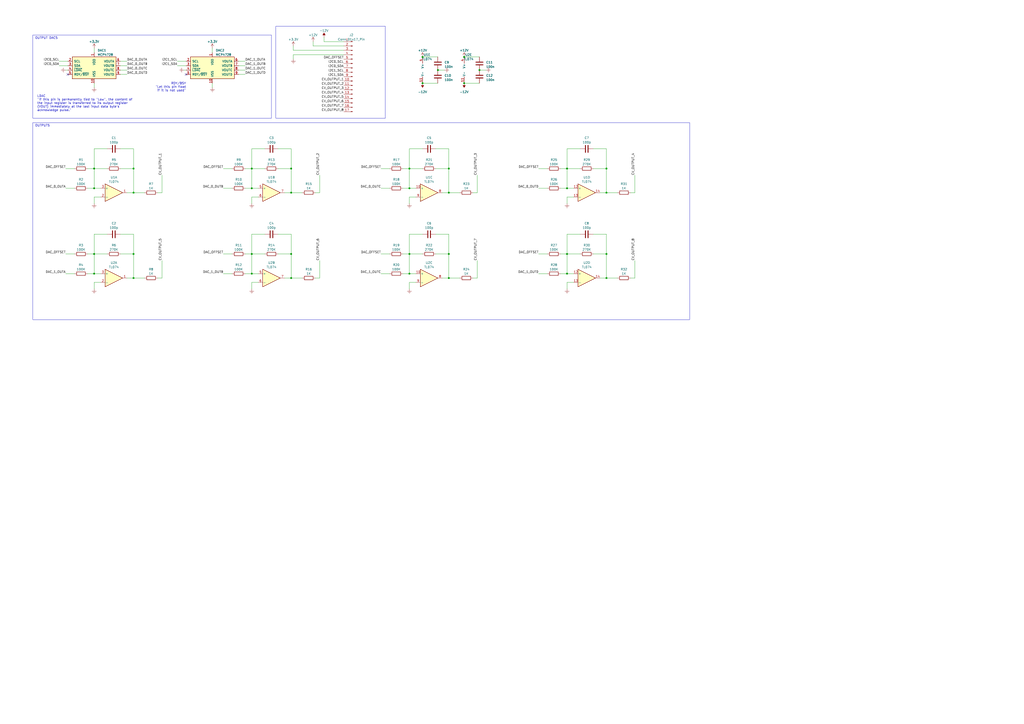
<source format=kicad_sch>
(kicad_sch (version 20230121) (generator eeschema)
  (paper "A2")
  (lib_symbols
    (symbol "Amplifier_Operational:TL074" (pin_names (offset 0.127))
      (property "Reference" "U" (at 0 5.08 0))
      (property "Value" "TL074" (at 0 -5.08 0))
      (symbol "TL074_1_1"
        (polyline (pts (xy -5.08 5.08) (xy 5.08 0) (xy -5.08 -5.08) (xy -5.08 5.08)) (stroke (width 0.254)) (fill (type background)))
        (pin output line (at 7.62 0 180) (length 2.54) (name "~") (number "1"))
        (pin input line (at -7.62 -2.54 0) (length 2.54) (name "-") (number "2"))
        (pin input line (at -7.62 2.54 0) (length 2.54) (name "+") (number "3"))
      )
      (symbol "TL074_2_1"
        (polyline (pts (xy -5.08 5.08) (xy 5.08 0) (xy -5.08 -5.08) (xy -5.08 5.08)) (stroke (width 0.254)) (fill (type background)))
        (pin input line (at -7.62 2.54 0) (length 2.54) (name "+") (number "5"))
        (pin input line (at -7.62 -2.54 0) (length 2.54) (name "-") (number "6"))
        (pin output line (at 7.62 0 180) (length 2.54) (name "~") (number "7"))
      )
      (symbol "TL074_3_1"
        (polyline (pts (xy -5.08 5.08) (xy 5.08 0) (xy -5.08 -5.08) (xy -5.08 5.08)) (stroke (width 0.254)) (fill (type background)))
        (pin input line (at -7.62 2.54 0) (length 2.54) (name "+") (number "10"))
        (pin output line (at 7.62 0 180) (length 2.54) (name "~") (number "8"))
        (pin input line (at -7.62 -2.54 0) (length 2.54) (name "-") (number "9"))
      )
      (symbol "TL074_4_1"
        (polyline (pts (xy -5.08 5.08) (xy 5.08 0) (xy -5.08 -5.08) (xy -5.08 5.08)) (stroke (width 0.254)) (fill (type background)))
        (pin input line (at -7.62 2.54 0) (length 2.54) (name "+") (number "12"))
        (pin input line (at -7.62 -2.54 0) (length 2.54) (name "-") (number "13"))
        (pin output line (at 7.62 0 180) (length 2.54) (name "~") (number "14"))
      )
      (symbol "TL074_5_1"
        (pin power_in line (at -2.54 -7.62 90) (length 3.81) (name "V-") (number "11"))
        (pin power_in line (at -2.54 7.62 270) (length 3.81) (name "V+") (number "4"))
      )
    )
    (symbol "Analog_DAC:MCP4728" (pin_names (offset 1.016))
      (property "Reference" "U" (at -12.7 6.35 0))
      (property "Value" "MCP4728" (at 12.7 6.35 0))
      (symbol "MCP4728_0_1"
        (rectangle (start -12.7 5.08) (end 12.7 -7.62) (stroke (width 0.254)) (fill (type background)))
      )
      (symbol "MCP4728_1_1"
        (pin power_in line (at 0 7.62 270) (length 2.54) (name "VDD") (number "1"))
        (pin power_in line (at 0 -10.16 90) (length 2.54) (name "VSS") (number "10"))
        (pin input line (at -15.24 2.54 0) (length 2.54) (name "SCL") (number "2"))
        (pin bidirectional line (at -15.24 0 0) (length 2.54) (name "SDA") (number "3"))
        (pin input line (at -15.24 -2.54 0) (length 2.54) (name "~{LDAC}") (number "4"))
        (pin output line (at -15.24 -5.08 0) (length 2.54) (name "RDY/~{BSY}") (number "5"))
        (pin output line (at 15.24 2.54 180) (length 2.54) (name "VOUTA") (number "6"))
        (pin output line (at 15.24 0 180) (length 2.54) (name "VOUTB") (number "7"))
        (pin output line (at 15.24 -2.54 180) (length 2.54) (name "VOUTC") (number "8"))
        (pin output line (at 15.24 -5.08 180) (length 2.54) (name "VOUTD") (number "9"))
      )
    )
    (symbol "Connector:Conn_01x17_Pin" (pin_names (offset 1.016) hide)
      (property "Reference" "J" (at 0 22.86 0))
      (property "Value" "Conn_01x17_Pin" (at 0 -22.86 0))
      (symbol "Conn_01x17_Pin_1_1"
        (polyline (pts (xy 1.27 -20.32) (xy 0.8636 -20.32)) (stroke (width 0.1524)))
        (polyline (pts (xy 1.27 -17.78) (xy 0.8636 -17.78)) (stroke (width 0.1524)))
        (polyline (pts (xy 1.27 -15.24) (xy 0.8636 -15.24)) (stroke (width 0.1524)))
        (polyline (pts (xy 1.27 -12.7) (xy 0.8636 -12.7)) (stroke (width 0.1524)))
        (polyline (pts (xy 1.27 -10.16) (xy 0.8636 -10.16)) (stroke (width 0.1524)))
        (polyline (pts (xy 1.27 -7.62) (xy 0.8636 -7.62)) (stroke (width 0.1524)))
        (polyline (pts (xy 1.27 -5.08) (xy 0.8636 -5.08)) (stroke (width 0.1524)))
        (polyline (pts (xy 1.27 -2.54) (xy 0.8636 -2.54)) (stroke (width 0.1524)))
        (polyline (pts (xy 1.27 0) (xy 0.8636 0)) (stroke (width 0.1524)))
        (polyline (pts (xy 1.27 2.54) (xy 0.8636 2.54)) (stroke (width 0.1524)))
        (polyline (pts (xy 1.27 5.08) (xy 0.8636 5.08)) (stroke (width 0.1524)))
        (polyline (pts (xy 1.27 7.62) (xy 0.8636 7.62)) (stroke (width 0.1524)))
        (polyline (pts (xy 1.27 10.16) (xy 0.8636 10.16)) (stroke (width 0.1524)))
        (polyline (pts (xy 1.27 12.7) (xy 0.8636 12.7)) (stroke (width 0.1524)))
        (polyline (pts (xy 1.27 15.24) (xy 0.8636 15.24)) (stroke (width 0.1524)))
        (polyline (pts (xy 1.27 17.78) (xy 0.8636 17.78)) (stroke (width 0.1524)))
        (polyline (pts (xy 1.27 20.32) (xy 0.8636 20.32)) (stroke (width 0.1524)))
        (rectangle (start 0.8636 -20.193) (end 0 -20.447) (stroke (width 0.1524)) (fill (type outline)))
        (rectangle (start 0.8636 -17.653) (end 0 -17.907) (stroke (width 0.1524)) (fill (type outline)))
        (rectangle (start 0.8636 -15.113) (end 0 -15.367) (stroke (width 0.1524)) (fill (type outline)))
        (rectangle (start 0.8636 -12.573) (end 0 -12.827) (stroke (width 0.1524)) (fill (type outline)))
        (rectangle (start 0.8636 -10.033) (end 0 -10.287) (stroke (width 0.1524)) (fill (type outline)))
        (rectangle (start 0.8636 -7.493) (end 0 -7.747) (stroke (width 0.1524)) (fill (type outline)))
        (rectangle (start 0.8636 -4.953) (end 0 -5.207) (stroke (width 0.1524)) (fill (type outline)))
        (rectangle (start 0.8636 -2.413) (end 0 -2.667) (stroke (width 0.1524)) (fill (type outline)))
        (rectangle (start 0.8636 0.127) (end 0 -0.127) (stroke (width 0.1524)) (fill (type outline)))
        (rectangle (start 0.8636 2.667) (end 0 2.413) (stroke (width 0.1524)) (fill (type outline)))
        (rectangle (start 0.8636 5.207) (end 0 4.953) (stroke (width 0.1524)) (fill (type outline)))
        (rectangle (start 0.8636 7.747) (end 0 7.493) (stroke (width 0.1524)) (fill (type outline)))
        (rectangle (start 0.8636 10.287) (end 0 10.033) (stroke (width 0.1524)) (fill (type outline)))
        (rectangle (start 0.8636 12.827) (end 0 12.573) (stroke (width 0.1524)) (fill (type outline)))
        (rectangle (start 0.8636 15.367) (end 0 15.113) (stroke (width 0.1524)) (fill (type outline)))
        (rectangle (start 0.8636 17.907) (end 0 17.653) (stroke (width 0.1524)) (fill (type outline)))
        (rectangle (start 0.8636 20.447) (end 0 20.193) (stroke (width 0.1524)) (fill (type outline)))
        (pin passive line (at 5.08 20.32 180) (length 3.81) (name "Pin_1") (number "1"))
        (pin passive line (at 5.08 -2.54 180) (length 3.81) (name "Pin_10") (number "10"))
        (pin passive line (at 5.08 -5.08 180) (length 3.81) (name "Pin_11") (number "11"))
        (pin passive line (at 5.08 -7.62 180) (length 3.81) (name "Pin_12") (number "12"))
        (pin passive line (at 5.08 -10.16 180) (length 3.81) (name "Pin_13") (number "13"))
        (pin passive line (at 5.08 -12.7 180) (length 3.81) (name "Pin_14") (number "14"))
        (pin passive line (at 5.08 -15.24 180) (length 3.81) (name "Pin_15") (number "15"))
        (pin passive line (at 5.08 -17.78 180) (length 3.81) (name "Pin_16") (number "16"))
        (pin passive line (at 5.08 -20.32 180) (length 3.81) (name "Pin_17") (number "17"))
        (pin passive line (at 5.08 17.78 180) (length 3.81) (name "Pin_2") (number "2"))
        (pin passive line (at 5.08 15.24 180) (length 3.81) (name "Pin_3") (number "3"))
        (pin passive line (at 5.08 12.7 180) (length 3.81) (name "Pin_4") (number "4"))
        (pin passive line (at 5.08 10.16 180) (length 3.81) (name "Pin_5") (number "5"))
        (pin passive line (at 5.08 7.62 180) (length 3.81) (name "Pin_6") (number "6"))
        (pin passive line (at 5.08 5.08 180) (length 3.81) (name "Pin_7") (number "7"))
        (pin passive line (at 5.08 2.54 180) (length 3.81) (name "Pin_8") (number "8"))
        (pin passive line (at 5.08 0 180) (length 3.81) (name "Pin_9") (number "9"))
      )
    )
    (symbol "Device:C" (pin_numbers hide) (pin_names (offset 0.254))
      (property "Reference" "C" (at 0.635 2.54 0))
      (property "Value" "C" (at 0.635 -2.54 0))
      (symbol "C_0_1"
        (polyline (pts (xy -2.032 -0.762) (xy 2.032 -0.762)) (stroke (width 0.508)))
        (polyline (pts (xy -2.032 0.762) (xy 2.032 0.762)) (stroke (width 0.508)))
      )
      (symbol "C_1_1"
        (pin passive line (at 0 3.81 270) (length 2.794) (name "~") (number "1"))
        (pin passive line (at 0 -3.81 90) (length 2.794) (name "~") (number "2"))
      )
    )
    (symbol "Device:R" (pin_numbers hide) (pin_names (offset 0))
      (property "Reference" "R" (at 2.032 0 90))
      (property "Value" "R" (at 0 0 90))
      (symbol "R_0_1"
        (rectangle (start -1.016 -2.54) (end 1.016 2.54) (stroke (width 0.254)))
      )
      (symbol "R_1_1"
        (pin passive line (at 0 3.81 270) (length 1.27) (name "~") (number "1"))
        (pin passive line (at 0 -3.81 90) (length 1.27) (name "~") (number "2"))
      )
    )
    (symbol "power:+12V" (power) (pin_names (offset 0))
      (property "Value" "+12V" (at 0 3.556 0))
      (symbol "+12V_0_1"
        (polyline (pts (xy -0.762 1.27) (xy 0 2.54)))
        (polyline (pts (xy 0 0) (xy 0 2.54)))
        (polyline (pts (xy 0 2.54) (xy 0.762 1.27)))
      )
      (symbol "+12V_1_1"
        (pin power_in line (at 0 0 90) (length 0) hide (name "+12V") (number "1"))
      )
    )
    (symbol "power:+3.3V" (power) (pin_names (offset 0))
      (property "Value" "+3.3V" (at 0 3.556 0))
      (symbol "+3.3V_0_1"
        (polyline (pts (xy -0.762 1.27) (xy 0 2.54)))
        (polyline (pts (xy 0 0) (xy 0 2.54)))
        (polyline (pts (xy 0 2.54) (xy 0.762 1.27)))
      )
      (symbol "+3.3V_1_1"
        (pin power_in line (at 0 0 90) (length 0) hide (name "+3.3V") (number "1"))
      )
    )
    (symbol "power:-12V" (power) (pin_names (offset 0))
      (property "Value" "-12V" (at 0 3.81 0))
      (symbol "-12V_0_0"
        (pin power_in line (at 0 0 90) (length 0) hide (name "-12V") (number "1"))
      )
      (symbol "-12V_0_1"
        (polyline (pts (xy 0 0) (xy 0 1.27) (xy 0.762 1.27) (xy 0 2.54) (xy -0.762 1.27) (xy 0 1.27)) (fill (type outline)))
      )
    )
    (symbol "power:Earth" (power) (pin_names (offset 0))
      (symbol "Earth_0_1"
        (polyline (pts (xy -0.635 -1.905) (xy 0.635 -1.905)))
        (polyline (pts (xy -0.127 -2.54) (xy 0.127 -2.54)))
        (polyline (pts (xy 0 -1.27) (xy 0 0)))
        (polyline (pts (xy 1.27 -1.27) (xy -1.27 -1.27)))
      )
      (symbol "Earth_1_1"
        (pin power_in line (at 0 0 270) (length 0) hide (name "Earth") (number "1"))
      )
    )
  )
  (junction (at 237.49 97.79))
  (junction (at 328.93 147.32))
  (junction (at 146.05 109.22))
  (junction (at 54.61 158.75))
  (junction (at 254 40.64))
  (junction (at 260.35 161.29))
  (junction (at 328.93 97.79))
  (junction (at 54.61 97.79))
  (junction (at 269.24 48.26))
  (junction (at 77.47 111.76))
  (junction (at 328.93 109.22))
  (junction (at 328.93 158.75))
  (junction (at 54.61 147.32))
  (junction (at 237.49 158.75))
  (junction (at 260.35 111.76))
  (junction (at 269.24 33.02))
  (junction (at 146.05 147.32))
  (junction (at 168.91 97.79))
  (junction (at 168.91 111.76))
  (junction (at 260.35 147.32))
  (junction (at 146.05 158.75))
  (junction (at 146.05 97.79))
  (junction (at 351.79 161.29))
  (junction (at 237.49 147.32))
  (junction (at 237.49 109.22))
  (junction (at 351.79 97.79))
  (junction (at 245.11 33.02))
  (junction (at 77.47 147.32))
  (junction (at 54.61 109.22))
  (junction (at 260.35 97.79))
  (junction (at 77.47 161.29))
  (junction (at 77.47 97.79))
  (junction (at 351.79 147.32))
  (junction (at 278.13 40.64))
  (junction (at 168.91 161.29))
  (junction (at 168.91 147.32))
  (junction (at 245.11 48.26))
  (junction (at 351.79 111.76))
  (no_connect (at 107.95 43.18))
  (no_connect (at 39.37 43.18))
  (wire (pts (xy 54.61 147.32) (xy 54.61 158.75)))
  (wire (pts (xy 168.91 111.76) (xy 175.26 111.76)))
  (wire (pts (xy 69.85 147.32) (xy 77.47 147.32)))
  (wire (pts (xy 237.49 97.79) (xy 237.49 109.22)))
  (wire (pts (xy 325.12 109.22) (xy 328.93 109.22)))
  (wire (pts (xy 54.61 97.79) (xy 62.23 97.79)))
  (wire (pts (xy 168.91 161.29) (xy 175.26 161.29)))
  (wire (pts (xy 245.11 48.26) (xy 254 48.26)))
  (wire (pts (xy 325.12 158.75) (xy 328.93 158.75)))
  (wire (pts (xy 50.8 97.79) (xy 54.61 97.79)))
  (wire (pts (xy 34.29 35.56) (xy 39.37 35.56)))
  (wire (pts (xy 328.93 109.22) (xy 332.74 109.22)))
  (wire (pts (xy 260.35 111.76) (xy 266.7 111.76)))
  (wire (pts (xy 129.54 109.22) (xy 134.62 109.22)))
  (wire (pts (xy 237.49 163.83) (xy 241.3 163.83)))
  (wire (pts (xy 187.96 24.13) (xy 199.39 24.13)))
  (wire (pts (xy 328.93 167.64) (xy 328.93 163.83)))
  (wire (pts (xy 142.24 109.22) (xy 146.05 109.22)))
  (wire (pts (xy 73.66 111.76) (xy 77.47 111.76)))
  (wire (pts (xy 328.93 163.83) (xy 332.74 163.83)))
  (wire (pts (xy 237.49 86.36) (xy 237.49 97.79)))
  (wire (pts (xy 252.73 86.36) (xy 260.35 86.36)))
  (wire (pts (xy 336.55 86.36) (xy 328.93 86.36)))
  (wire (pts (xy 102.87 35.56) (xy 107.95 35.56)))
  (wire (pts (xy 146.05 97.79) (xy 153.67 97.79)))
  (wire (pts (xy 129.54 97.79) (xy 134.62 97.79)))
  (wire (pts (xy 344.17 147.32) (xy 351.79 147.32)))
  (wire (pts (xy 351.79 111.76) (xy 358.14 111.76)))
  (wire (pts (xy 170.18 29.21) (xy 170.18 26.67)))
  (wire (pts (xy 328.93 86.36) (xy 328.93 97.79)))
  (wire (pts (xy 237.49 167.64) (xy 237.49 163.83)))
  (wire (pts (xy 237.49 109.22) (xy 241.3 109.22)))
  (wire (pts (xy 102.87 38.1) (xy 107.95 38.1)))
  (wire (pts (xy 91.44 111.76) (xy 93.98 111.76)))
  (wire (pts (xy 237.49 147.32) (xy 237.49 158.75)))
  (wire (pts (xy 181.61 26.67) (xy 199.39 26.67)))
  (wire (pts (xy 54.61 27.94) (xy 54.61 30.48)))
  (wire (pts (xy 142.24 147.32) (xy 146.05 147.32)))
  (wire (pts (xy 220.98 109.22) (xy 226.06 109.22)))
  (wire (pts (xy 91.44 161.29) (xy 93.98 161.29)))
  (wire (pts (xy 146.05 97.79) (xy 146.05 109.22)))
  (wire (pts (xy 146.05 109.22) (xy 149.86 109.22)))
  (wire (pts (xy 351.79 97.79) (xy 351.79 111.76)))
  (wire (pts (xy 351.79 135.89) (xy 351.79 147.32)))
  (wire (pts (xy 312.42 147.32) (xy 317.5 147.32)))
  (wire (pts (xy 34.29 38.1) (xy 39.37 38.1)))
  (wire (pts (xy 146.05 114.3) (xy 149.86 114.3)))
  (wire (pts (xy 54.61 167.64) (xy 54.61 163.83)))
  (wire (pts (xy 233.68 147.32) (xy 237.49 147.32)))
  (wire (pts (xy 54.61 163.83) (xy 58.42 163.83)))
  (wire (pts (xy 123.19 48.26) (xy 123.19 50.8)))
  (wire (pts (xy 328.93 118.11) (xy 328.93 114.3)))
  (wire (pts (xy 260.35 147.32) (xy 260.35 161.29)))
  (wire (pts (xy 138.43 38.1) (xy 142.24 38.1)))
  (wire (pts (xy 146.05 158.75) (xy 149.86 158.75)))
  (wire (pts (xy 269.24 33.02) (xy 278.13 33.02)))
  (wire (pts (xy 138.43 40.64) (xy 142.24 40.64)))
  (wire (pts (xy 256.54 111.76) (xy 260.35 111.76)))
  (wire (pts (xy 54.61 158.75) (xy 58.42 158.75)))
  (wire (pts (xy 185.42 101.6) (xy 185.42 111.76)))
  (wire (pts (xy 220.98 147.32) (xy 226.06 147.32)))
  (wire (pts (xy 138.43 35.56) (xy 142.24 35.56)))
  (wire (pts (xy 252.73 97.79) (xy 260.35 97.79)))
  (wire (pts (xy 187.96 24.13) (xy 187.96 21.59)))
  (wire (pts (xy 185.42 151.13) (xy 185.42 161.29)))
  (wire (pts (xy 50.8 158.75) (xy 54.61 158.75)))
  (wire (pts (xy 344.17 97.79) (xy 351.79 97.79)))
  (wire (pts (xy 146.05 135.89) (xy 146.05 147.32)))
  (wire (pts (xy 77.47 111.76) (xy 83.82 111.76)))
  (wire (pts (xy 233.68 158.75) (xy 237.49 158.75)))
  (wire (pts (xy 237.49 147.32) (xy 245.11 147.32)))
  (wire (pts (xy 142.24 158.75) (xy 146.05 158.75)))
  (wire (pts (xy 106.68 40.64) (xy 107.95 40.64)))
  (wire (pts (xy 351.79 147.32) (xy 351.79 161.29)))
  (wire (pts (xy 146.05 147.32) (xy 146.05 158.75)))
  (wire (pts (xy 237.49 114.3) (xy 241.3 114.3)))
  (wire (pts (xy 69.85 97.79) (xy 77.47 97.79)))
  (wire (pts (xy 269.24 48.26) (xy 278.13 48.26)))
  (wire (pts (xy 328.93 97.79) (xy 336.55 97.79)))
  (wire (pts (xy 62.23 86.36) (xy 54.61 86.36)))
  (wire (pts (xy 170.18 34.29) (xy 170.18 31.75)))
  (wire (pts (xy 153.67 86.36) (xy 146.05 86.36)))
  (wire (pts (xy 274.32 111.76) (xy 276.86 111.76)))
  (wire (pts (xy 276.86 101.6) (xy 276.86 111.76)))
  (wire (pts (xy 328.93 135.89) (xy 328.93 147.32)))
  (wire (pts (xy 54.61 147.32) (xy 62.23 147.32)))
  (wire (pts (xy 278.13 40.64) (xy 281.94 40.64)))
  (wire (pts (xy 93.98 151.13) (xy 93.98 161.29)))
  (wire (pts (xy 165.1 161.29) (xy 168.91 161.29)))
  (wire (pts (xy 233.68 109.22) (xy 237.49 109.22)))
  (wire (pts (xy 129.54 147.32) (xy 134.62 147.32)))
  (wire (pts (xy 161.29 97.79) (xy 168.91 97.79)))
  (wire (pts (xy 252.73 135.89) (xy 260.35 135.89)))
  (wire (pts (xy 260.35 97.79) (xy 260.35 111.76)))
  (wire (pts (xy 368.3 101.6) (xy 368.3 111.76)))
  (wire (pts (xy 161.29 135.89) (xy 168.91 135.89)))
  (wire (pts (xy 38.1 97.79) (xy 43.18 97.79)))
  (wire (pts (xy 165.1 111.76) (xy 168.91 111.76)))
  (wire (pts (xy 146.05 167.64) (xy 146.05 163.83)))
  (wire (pts (xy 344.17 135.89) (xy 351.79 135.89)))
  (wire (pts (xy 146.05 147.32) (xy 153.67 147.32)))
  (wire (pts (xy 123.19 27.94) (xy 123.19 30.48)))
  (wire (pts (xy 328.93 147.32) (xy 328.93 158.75)))
  (wire (pts (xy 245.11 86.36) (xy 237.49 86.36)))
  (wire (pts (xy 50.8 147.32) (xy 54.61 147.32)))
  (wire (pts (xy 328.93 147.32) (xy 336.55 147.32)))
  (wire (pts (xy 347.98 111.76) (xy 351.79 111.76)))
  (wire (pts (xy 233.68 97.79) (xy 237.49 97.79)))
  (wire (pts (xy 260.35 161.29) (xy 266.7 161.29)))
  (wire (pts (xy 54.61 114.3) (xy 58.42 114.3)))
  (wire (pts (xy 312.42 109.22) (xy 317.5 109.22)))
  (wire (pts (xy 161.29 86.36) (xy 168.91 86.36)))
  (wire (pts (xy 336.55 135.89) (xy 328.93 135.89)))
  (wire (pts (xy 69.85 35.56) (xy 73.66 35.56)))
  (wire (pts (xy 168.91 147.32) (xy 168.91 161.29)))
  (wire (pts (xy 38.1 158.75) (xy 43.18 158.75)))
  (wire (pts (xy 170.18 31.75) (xy 199.39 31.75)))
  (wire (pts (xy 77.47 161.29) (xy 83.82 161.29)))
  (wire (pts (xy 237.49 135.89) (xy 237.49 147.32)))
  (wire (pts (xy 237.49 97.79) (xy 245.11 97.79)))
  (wire (pts (xy 146.05 163.83) (xy 149.86 163.83)))
  (wire (pts (xy 168.91 135.89) (xy 168.91 147.32)))
  (wire (pts (xy 344.17 86.36) (xy 351.79 86.36)))
  (wire (pts (xy 170.18 29.21) (xy 199.39 29.21)))
  (wire (pts (xy 54.61 48.26) (xy 54.61 50.8)))
  (wire (pts (xy 69.85 86.36) (xy 77.47 86.36)))
  (wire (pts (xy 252.73 147.32) (xy 260.35 147.32)))
  (wire (pts (xy 276.86 151.13) (xy 276.86 161.29)))
  (wire (pts (xy 54.61 97.79) (xy 54.61 109.22)))
  (wire (pts (xy 245.11 33.02) (xy 254 33.02)))
  (wire (pts (xy 38.1 40.64) (xy 39.37 40.64)))
  (wire (pts (xy 54.61 135.89) (xy 54.61 147.32)))
  (wire (pts (xy 245.11 135.89) (xy 237.49 135.89)))
  (wire (pts (xy 365.76 111.76) (xy 368.3 111.76)))
  (wire (pts (xy 77.47 147.32) (xy 77.47 161.29)))
  (wire (pts (xy 161.29 147.32) (xy 168.91 147.32)))
  (wire (pts (xy 93.98 101.6) (xy 93.98 111.76)))
  (wire (pts (xy 69.85 40.64) (xy 73.66 40.64)))
  (wire (pts (xy 351.79 86.36) (xy 351.79 97.79)))
  (wire (pts (xy 129.54 158.75) (xy 134.62 158.75)))
  (wire (pts (xy 69.85 135.89) (xy 77.47 135.89)))
  (wire (pts (xy 347.98 161.29) (xy 351.79 161.29)))
  (wire (pts (xy 274.32 161.29) (xy 276.86 161.29)))
  (wire (pts (xy 325.12 97.79) (xy 328.93 97.79)))
  (wire (pts (xy 181.61 26.67) (xy 181.61 24.13)))
  (wire (pts (xy 328.93 158.75) (xy 332.74 158.75)))
  (wire (pts (xy 328.93 114.3) (xy 332.74 114.3)))
  (wire (pts (xy 62.23 135.89) (xy 54.61 135.89)))
  (wire (pts (xy 69.85 43.18) (xy 73.66 43.18)))
  (wire (pts (xy 138.43 43.18) (xy 142.24 43.18)))
  (wire (pts (xy 220.98 158.75) (xy 226.06 158.75)))
  (wire (pts (xy 168.91 97.79) (xy 168.91 111.76)))
  (wire (pts (xy 54.61 109.22) (xy 58.42 109.22)))
  (wire (pts (xy 260.35 135.89) (xy 260.35 147.32)))
  (wire (pts (xy 77.47 86.36) (xy 77.47 97.79)))
  (wire (pts (xy 54.61 118.11) (xy 54.61 114.3)))
  (wire (pts (xy 73.66 161.29) (xy 77.47 161.29)))
  (wire (pts (xy 77.47 135.89) (xy 77.47 147.32)))
  (wire (pts (xy 146.05 118.11) (xy 146.05 114.3)))
  (wire (pts (xy 328.93 97.79) (xy 328.93 109.22)))
  (wire (pts (xy 69.85 38.1) (xy 73.66 38.1)))
  (wire (pts (xy 237.49 158.75) (xy 241.3 158.75)))
  (wire (pts (xy 168.91 86.36) (xy 168.91 97.79)))
  (wire (pts (xy 254 40.64) (xy 257.81 40.64)))
  (wire (pts (xy 182.88 161.29) (xy 185.42 161.29)))
  (wire (pts (xy 256.54 161.29) (xy 260.35 161.29)))
  (wire (pts (xy 146.05 86.36) (xy 146.05 97.79)))
  (wire (pts (xy 38.1 109.22) (xy 43.18 109.22)))
  (wire (pts (xy 368.3 151.13) (xy 368.3 161.29)))
  (wire (pts (xy 220.98 97.79) (xy 226.06 97.79)))
  (wire (pts (xy 77.47 97.79) (xy 77.47 111.76)))
  (wire (pts (xy 54.61 86.36) (xy 54.61 97.79)))
  (wire (pts (xy 38.1 147.32) (xy 43.18 147.32)))
  (wire (pts (xy 312.42 97.79) (xy 317.5 97.79)))
  (wire (pts (xy 237.49 118.11) (xy 237.49 114.3)))
  (wire (pts (xy 182.88 111.76) (xy 185.42 111.76)))
  (wire (pts (xy 351.79 161.29) (xy 358.14 161.29)))
  (wire (pts (xy 153.67 135.89) (xy 146.05 135.89)))
  (wire (pts (xy 142.24 97.79) (xy 146.05 97.79)))
  (wire (pts (xy 312.42 158.75) (xy 317.5 158.75)))
  (wire (pts (xy 260.35 86.36) (xy 260.35 97.79)))
  (wire (pts (xy 325.12 147.32) (xy 328.93 147.32)))
  (wire (pts (xy 50.8 109.22) (xy 54.61 109.22)))
  (wire (pts (xy 365.76 161.29) (xy 368.3 161.29)))
  (rectangle (start 19.05 71.12) (end 400.05 185.42))
  (rectangle (start 19.05 20.32) (end 157.48 68.58))
  (rectangle (start 160.02 15.24) (end 223.52 68.58))
  (text "LDAC\n\"If this pin is permanently tied to \"Low\", the content of\nthe input register is transferred to its output register\n(VOUT) immediately at the last input data byte's\nacknowledge pulse.\"" (at 21.59 64.77 0) (effects (font (size 1.27 1.27)) (justify left bottom)))
  (text "RDY/BSY\n\"Let this pin float\nif it is not used\"" (at 107.95 53.34 0) (effects (font (size 1.27 1.27)) (justify right bottom)))
  (text "OUTPUTS" (at 20.32 73.66 0) (effects (font (size 1.27 1.27)) (justify left bottom)))
  (text "OUTPUT DACS" (at 20.32 22.86 0) (effects (font (size 1.27 1.27)) (justify left bottom)))
  (label "I2C1_SDA" (at 102.87 38.1 180))
  (label "I2C0_SDA" (at 199.39 39.37 180))
  (label "I2C1_SDA" (at 199.39 44.45 180))
  (label "DAC_1_OUTC" (at 142.24 40.64 0))
  (label "DAC_1_OUTA" (at 38.1 158.75 180))
  (label "DAC_0_OUTA" (at 38.1 109.22 180))
  (label "DAC_OFFSET" (at 199.39 34.29 180))
  (label "CV_OUTPUT_1" (at 93.98 101.6 90))
  (label "CV_OUTPUT_4" (at 199.39 54.61 180))
  (label "DAC_OFFSET" (at 129.54 97.79 180))
  (label "DAC_OFFSET" (at 312.42 147.32 180))
  (label "DAC_0_OUTD" (at 73.66 43.18 0))
  (label "DAC_OFFSET" (at 129.54 147.32 180))
  (label "DAC_0_OUTD" (at 312.42 109.22 180))
  (label "DAC_1_OUTC" (at 220.98 158.75 180))
  (label "I2C1_SCL" (at 199.39 41.91 180))
  (label "CV_OUTPUT_3" (at 199.39 52.07 180))
  (label "DAC_0_OUTC" (at 73.66 40.64 0))
  (label "I2C0_SDA" (at 34.29 38.1 180))
  (label "DAC_OFFSET" (at 38.1 97.79 180))
  (label "CV_OUTPUT_4" (at 368.3 101.6 90))
  (label "DAC_1_OUTD" (at 312.42 158.75 180))
  (label "DAC_1_OUTD" (at 142.24 43.18 0))
  (label "DAC_1_OUTB" (at 142.24 38.1 0))
  (label "CV_OUTPUT_6" (at 199.39 59.69 180))
  (label "CV_OUTPUT_3" (at 276.86 101.6 90))
  (label "DAC_1_OUTB" (at 129.54 158.75 180))
  (label "DAC_OFFSET" (at 220.98 147.32 180))
  (label "CV_OUTPUT_8" (at 199.39 64.77 180))
  (label "CV_OUTPUT_2" (at 185.42 101.6 90))
  (label "DAC_OFFSET" (at 220.98 97.79 180))
  (label "I2C0_SCL" (at 34.29 35.56 180))
  (label "CV_OUTPUT_5" (at 199.39 57.15 180))
  (label "CV_OUTPUT_1" (at 199.39 46.99 180))
  (label "CV_OUTPUT_8" (at 368.3 151.13 90))
  (label "CV_OUTPUT_7" (at 276.86 151.13 90))
  (label "I2C1_SCL" (at 102.87 35.56 180))
  (label "CV_OUTPUT_6" (at 185.42 151.13 90))
  (label "DAC_OFFSET" (at 312.42 97.79 180))
  (label "CV_OUTPUT_5" (at 93.98 151.13 90))
  (label "DAC_OFFSET" (at 38.1 147.32 180))
  (label "CV_OUTPUT_7" (at 199.39 62.23 180))
  (label "DAC_1_OUTA" (at 142.24 35.56 0))
  (label "DAC_0_OUTC" (at 220.98 109.22 180))
  (label "DAC_0_OUTB" (at 73.66 38.1 0))
  (label "I2C0_SCL" (at 199.39 36.83 180))
  (label "CV_OUTPUT_2" (at 199.39 49.53 180))
  (label "DAC_0_OUTA" (at 73.66 35.56 0))
  (label "DAC_0_OUTB" (at 129.54 109.22 180))
  (symbol (lib_id "Amplifier_Operational:TL074") (at 157.48 161.29 0) (unit 2)
    (property "Reference" "U2" (at 157.48 152.4 0))
    (property "Value" "TL074" (at 157.48 154.94 0))
    (property "Footprint" "Package_SO:SOIC-14_3.9x8.7mm_P1.27mm" (effects hide))
    (property "Datasheet" "http://www.ti.com/lit/ds/symlink/tl071.pdf" (effects hide))
  )
  (symbol (lib_id "Device:R") (at 361.95 111.76 270) (unit 1)
    (property "Reference" "R31" (at 361.95 106.68 90))
    (property "Value" "1K" (at 361.95 109.22 90))
    (property "Footprint" "Resistor_SMD:R_0402_1005Metric" (effects hide))
  )
  (symbol (lib_id "power:-12V") (at 269.24 48.26 180) (unit 1)
    (property "Reference" "#PWR022" (effects hide))
    (property "Value" "-12V" (at 269.24 53.34 0))
  )
  (symbol (lib_id "power:Earth") (at 170.18 34.29 0) (mirror y) (unit 1)
    (property "Reference" "#PWR06" (effects hide))
    (property "Value" "Earth" (effects hide))
  )
  (symbol (lib_id "Device:R") (at 46.99 147.32 270) (unit 1)
    (property "Reference" "R3" (at 46.99 142.24 90))
    (property "Value" "100K" (at 46.99 144.78 90))
    (property "Footprint" "Resistor_SMD:R_0402_1005Metric" (effects hide))
  )
  (symbol (lib_id "Device:R") (at 248.92 147.32 270) (unit 1)
    (property "Reference" "R22" (at 248.92 142.24 90))
    (property "Value" "270K" (at 248.92 144.78 90))
    (property "Footprint" "Resistor_SMD:R_0402_1005Metric" (effects hide))
  )
  (symbol (lib_id "Device:R") (at 138.43 109.22 270) (unit 1)
    (property "Reference" "R10" (at 138.43 104.14 90))
    (property "Value" "100K" (at 138.43 106.68 90))
    (property "Footprint" "Resistor_SMD:R_0402_1005Metric" (effects hide))
  )
  (symbol (lib_id "Analog_DAC:MCP4728") (at 123.19 38.1 0) (unit 1)
    (property "Reference" "DAC2" (at 125.1459 29.21 0) (effects (justify left)))
    (property "Value" "MCP4728" (at 125.1459 31.75 0) (effects (justify left)))
    (property "Footprint" "Package_SO:MSOP-10_3x3mm_P0.5mm" (effects hide))
    (property "Datasheet" "http://ww1.microchip.com/downloads/en/DeviceDoc/22187E.pdf" (effects hide))
  )
  (symbol (lib_id "power:+3.3V") (at 54.61 27.94 0) (unit 1)
    (property "Reference" "#PWR01" (effects hide))
    (property "Value" "+3.3V" (at 54.61 24.13 0))
  )
  (symbol (lib_id "Device:C") (at 254 44.45 0) (unit 1)
    (property "Reference" "C10" (at 257.81 43.815 0) (effects (justify left)))
    (property "Value" "100n" (at 257.81 46.355 0) (effects (justify left)))
    (property "Footprint" "Capacitor_SMD:C_0402_1005Metric" (effects hide))
  )
  (symbol (lib_id "power:Earth") (at 54.61 118.11 0) (mirror y) (unit 1)
    (property "Reference" "#PWR09" (effects hide))
    (property "Value" "Earth" (effects hide))
  )
  (symbol (lib_id "Device:C") (at 278.13 44.45 0) (unit 1)
    (property "Reference" "C12" (at 281.94 43.815 0) (effects (justify left)))
    (property "Value" "100n" (at 281.94 46.355 0) (effects (justify left)))
    (property "Footprint" "Capacitor_SMD:C_0402_1005Metric" (effects hide))
  )
  (symbol (lib_id "Amplifier_Operational:TL074") (at 157.48 111.76 0) (unit 2)
    (property "Reference" "U1" (at 157.48 102.87 0))
    (property "Value" "TL074" (at 157.48 105.41 0))
    (property "Footprint" "Package_SO:SOIC-14_3.9x8.7mm_P1.27mm" (effects hide))
    (property "Datasheet" "http://www.ti.com/lit/ds/symlink/tl071.pdf" (effects hide))
  )
  (symbol (lib_id "Device:R") (at 66.04 147.32 270) (unit 1)
    (property "Reference" "R6" (at 66.04 142.24 90))
    (property "Value" "270K" (at 66.04 144.78 90))
    (property "Footprint" "Resistor_SMD:R_0402_1005Metric" (effects hide))
  )
  (symbol (lib_id "Device:R") (at 87.63 161.29 270) (unit 1)
    (property "Reference" "R8" (at 87.63 156.21 90))
    (property "Value" "1K" (at 87.63 158.75 90))
    (property "Footprint" "Resistor_SMD:R_0402_1005Metric" (effects hide))
  )
  (symbol (lib_id "Device:C") (at 66.04 135.89 90) (unit 1)
    (property "Reference" "C2" (at 66.04 129.54 90))
    (property "Value" "100p" (at 66.04 132.08 90))
    (property "Footprint" "Capacitor_SMD:C_0402_1005Metric" (effects hide))
  )
  (symbol (lib_id "power:Earth") (at 146.05 118.11 0) (mirror y) (unit 1)
    (property "Reference" "#PWR011" (effects hide))
    (property "Value" "Earth" (effects hide))
  )
  (symbol (lib_id "Device:C") (at 340.36 86.36 90) (unit 1)
    (property "Reference" "C7" (at 340.36 80.01 90))
    (property "Value" "100p" (at 340.36 82.55 90))
    (property "Footprint" "Capacitor_SMD:C_0402_1005Metric" (effects hide))
  )
  (symbol (lib_id "Device:R") (at 229.87 158.75 270) (unit 1)
    (property "Reference" "R20" (at 229.87 153.67 90))
    (property "Value" "100K" (at 229.87 156.21 90))
    (property "Footprint" "Resistor_SMD:R_0402_1005Metric" (effects hide))
  )
  (symbol (lib_id "Device:R") (at 87.63 111.76 270) (unit 1)
    (property "Reference" "R7" (at 87.63 106.68 90))
    (property "Value" "1K" (at 87.63 109.22 90))
    (property "Footprint" "Resistor_SMD:R_0402_1005Metric" (effects hide))
  )
  (symbol (lib_id "power:Earth") (at 38.1 40.64 270) (mirror x) (unit 1)
    (property "Reference" "#PWR08" (effects hide))
    (property "Value" "Earth" (effects hide))
  )
  (symbol (lib_id "power:+3.3V") (at 170.18 26.67 0) (unit 1)
    (property "Reference" "#PWR05" (effects hide))
    (property "Value" "+3.3V" (at 170.18 22.86 0))
  )
  (symbol (lib_id "Amplifier_Operational:TL074") (at 66.04 161.29 0) (unit 1)
    (property "Reference" "U2" (at 66.04 152.4 0))
    (property "Value" "TL074" (at 66.04 154.94 0))
    (property "Footprint" "Package_SO:SOIC-14_3.9x8.7mm_P1.27mm" (effects hide))
    (property "Datasheet" "http://www.ti.com/lit/ds/symlink/tl071.pdf" (effects hide))
  )
  (symbol (lib_id "Device:R") (at 46.99 97.79 270) (unit 1)
    (property "Reference" "R1" (at 46.99 92.71 90))
    (property "Value" "100K" (at 46.99 95.25 90))
    (property "Footprint" "Resistor_SMD:R_0402_1005Metric" (effects hide))
  )
  (symbol (lib_id "Device:C") (at 66.04 86.36 90) (unit 1)
    (property "Reference" "C1" (at 66.04 80.01 90))
    (property "Value" "100p" (at 66.04 82.55 90))
    (property "Footprint" "Capacitor_SMD:C_0402_1005Metric" (effects hide))
  )
  (symbol (lib_id "Device:R") (at 157.48 147.32 270) (unit 1)
    (property "Reference" "R14" (at 157.48 142.24 90))
    (property "Value" "270K" (at 157.48 144.78 90))
    (property "Footprint" "Resistor_SMD:R_0402_1005Metric" (effects hide))
  )
  (symbol (lib_id "Device:R") (at 179.07 111.76 270) (unit 1)
    (property "Reference" "R15" (at 179.07 106.68 90))
    (property "Value" "1K" (at 179.07 109.22 90))
    (property "Footprint" "Resistor_SMD:R_0402_1005Metric" (effects hide))
  )
  (symbol (lib_id "Device:R") (at 229.87 147.32 270) (unit 1)
    (property "Reference" "R19" (at 229.87 142.24 90))
    (property "Value" "100K" (at 229.87 144.78 90))
    (property "Footprint" "Resistor_SMD:R_0402_1005Metric" (effects hide))
  )
  (symbol (lib_id "Device:R") (at 321.31 158.75 270) (unit 1)
    (property "Reference" "R28" (at 321.31 153.67 90))
    (property "Value" "100K" (at 321.31 156.21 90))
    (property "Footprint" "Resistor_SMD:R_0402_1005Metric" (effects hide))
  )
  (symbol (lib_id "Amplifier_Operational:TL074") (at 247.65 40.64 0) (unit 5)
    (property "Reference" "U1" (at 247.65 31.75 0))
    (property "Value" "TL074" (at 247.65 34.29 0))
    (property "Footprint" "Package_SO:SOIC-14_3.9x8.7mm_P1.27mm" (effects hide))
    (property "Datasheet" "http://www.ti.com/lit/ds/symlink/tl071.pdf" (effects hide))
  )
  (symbol (lib_id "Device:R") (at 340.36 97.79 270) (unit 1)
    (property "Reference" "R29" (at 340.36 92.71 90))
    (property "Value" "270K" (at 340.36 95.25 90))
    (property "Footprint" "Resistor_SMD:R_0402_1005Metric" (effects hide))
  )
  (symbol (lib_id "Device:C") (at 157.48 86.36 90) (unit 1)
    (property "Reference" "C3" (at 157.48 80.01 90))
    (property "Value" "100p" (at 157.48 82.55 90))
    (property "Footprint" "Capacitor_SMD:C_0402_1005Metric" (effects hide))
  )
  (symbol (lib_id "Device:R") (at 229.87 109.22 270) (unit 1)
    (property "Reference" "R18" (at 229.87 104.14 90))
    (property "Value" "100K" (at 229.87 106.68 90))
    (property "Footprint" "Resistor_SMD:R_0402_1005Metric" (effects hide))
  )
  (symbol (lib_id "power:+3.3V") (at 123.19 27.94 0) (unit 1)
    (property "Reference" "#PWR03" (effects hide))
    (property "Value" "+3.3V" (at 123.19 24.13 0))
  )
  (symbol (lib_id "power:+12V") (at 181.61 24.13 0) (unit 1)
    (property "Reference" "#PWR017" (effects hide))
    (property "Value" "+12V" (at 181.61 20.32 0))
  )
  (symbol (lib_id "Amplifier_Operational:TL074") (at 340.36 161.29 0) (unit 4)
    (property "Reference" "U2" (at 340.36 152.4 0))
    (property "Value" "TL074" (at 340.36 154.94 0))
    (property "Footprint" "Package_SO:SOIC-14_3.9x8.7mm_P1.27mm" (effects hide))
    (property "Datasheet" "http://www.ti.com/lit/ds/symlink/tl071.pdf" (effects hide))
  )
  (symbol (lib_id "power:Earth") (at 281.94 40.64 90) (mirror x) (unit 1)
    (property "Reference" "#PWR024" (effects hide))
    (property "Value" "Earth" (effects hide))
  )
  (symbol (lib_id "power:-12V") (at 245.11 48.26 180) (unit 1)
    (property "Reference" "#PWR021" (effects hide))
    (property "Value" "-12V" (at 245.11 53.34 0))
  )
  (symbol (lib_id "Device:R") (at 179.07 161.29 270) (unit 1)
    (property "Reference" "R16" (at 179.07 156.21 90))
    (property "Value" "1K" (at 179.07 158.75 90))
    (property "Footprint" "Resistor_SMD:R_0402_1005Metric" (effects hide))
  )
  (symbol (lib_id "Analog_DAC:MCP4728") (at 54.61 38.1 0) (unit 1)
    (property "Reference" "DAC1" (at 56.5659 29.21 0) (effects (justify left)))
    (property "Value" "MCP4728" (at 56.5659 31.75 0) (effects (justify left)))
    (property "Footprint" "Package_SO:MSOP-10_3x3mm_P0.5mm" (effects hide))
    (property "Datasheet" "http://ww1.microchip.com/downloads/en/DeviceDoc/22187E.pdf" (effects hide))
  )
  (symbol (lib_id "Amplifier_Operational:TL074") (at 340.36 111.76 0) (unit 4)
    (property "Reference" "U1" (at 340.36 102.87 0))
    (property "Value" "TL074" (at 340.36 105.41 0))
    (property "Footprint" "Package_SO:SOIC-14_3.9x8.7mm_P1.27mm" (effects hide))
    (property "Datasheet" "http://www.ti.com/lit/ds/symlink/tl071.pdf" (effects hide))
  )
  (symbol (lib_id "Device:R") (at 270.51 111.76 270) (unit 1)
    (property "Reference" "R23" (at 270.51 106.68 90))
    (property "Value" "1K" (at 270.51 109.22 90))
    (property "Footprint" "Resistor_SMD:R_0402_1005Metric" (effects hide))
  )
  (symbol (lib_id "Device:R") (at 157.48 97.79 270) (unit 1)
    (property "Reference" "R13" (at 157.48 92.71 90))
    (property "Value" "270K" (at 157.48 95.25 90))
    (property "Footprint" "Resistor_SMD:R_0402_1005Metric" (effects hide))
  )
  (symbol (lib_id "power:Earth") (at 257.81 40.64 90) (mirror x) (unit 1)
    (property "Reference" "#PWR023" (effects hide))
    (property "Value" "Earth" (effects hide))
  )
  (symbol (lib_id "Amplifier_Operational:TL074") (at 66.04 111.76 0) (unit 1)
    (property "Reference" "U1" (at 66.04 102.87 0))
    (property "Value" "TL074" (at 66.04 105.41 0))
    (property "Footprint" "Package_SO:SOIC-14_3.9x8.7mm_P1.27mm" (effects hide))
    (property "Datasheet" "http://www.ti.com/lit/ds/symlink/tl071.pdf" (effects hide))
  )
  (symbol (lib_id "Device:C") (at 157.48 135.89 90) (unit 1)
    (property "Reference" "C4" (at 157.48 129.54 90))
    (property "Value" "100p" (at 157.48 132.08 90))
    (property "Footprint" "Capacitor_SMD:C_0402_1005Metric" (effects hide))
  )
  (symbol (lib_id "Amplifier_Operational:TL074") (at 248.92 161.29 0) (unit 3)
    (property "Reference" "U2" (at 248.92 152.4 0))
    (property "Value" "TL074" (at 248.92 154.94 0))
    (property "Footprint" "Package_SO:SOIC-14_3.9x8.7mm_P1.27mm" (effects hide))
    (property "Datasheet" "http://www.ti.com/lit/ds/symlink/tl071.pdf" (effects hide))
  )
  (symbol (lib_id "Device:R") (at 66.04 97.79 270) (unit 1)
    (property "Reference" "R5" (at 66.04 92.71 90))
    (property "Value" "270K" (at 66.04 95.25 90))
    (property "Footprint" "Resistor_SMD:R_0402_1005Metric" (effects hide))
  )
  (symbol (lib_id "power:Earth") (at 328.93 118.11 0) (mirror y) (unit 1)
    (property "Reference" "#PWR015" (effects hide))
    (property "Value" "Earth" (effects hide))
  )
  (symbol (lib_id "power:Earth") (at 237.49 118.11 0) (mirror y) (unit 1)
    (property "Reference" "#PWR013" (effects hide))
    (property "Value" "Earth" (effects hide))
  )
  (symbol (lib_id "Device:R") (at 321.31 97.79 270) (unit 1)
    (property "Reference" "R25" (at 321.31 92.71 90))
    (property "Value" "100K" (at 321.31 95.25 90))
    (property "Footprint" "Resistor_SMD:R_0402_1005Metric" (effects hide))
  )
  (symbol (lib_id "Device:R") (at 138.43 147.32 270) (unit 1)
    (property "Reference" "R11" (at 138.43 142.24 90))
    (property "Value" "100K" (at 138.43 144.78 90))
    (property "Footprint" "Resistor_SMD:R_0402_1005Metric" (effects hide))
  )
  (symbol (lib_id "Device:C") (at 248.92 135.89 90) (unit 1)
    (property "Reference" "C6" (at 248.92 129.54 90))
    (property "Value" "100p" (at 248.92 132.08 90))
    (property "Footprint" "Capacitor_SMD:C_0402_1005Metric" (effects hide))
  )
  (symbol (lib_id "power:-12V") (at 187.96 21.59 0) (unit 1)
    (property "Reference" "#PWR018" (effects hide))
    (property "Value" "-12V" (at 187.96 17.78 0))
  )
  (symbol (lib_id "Device:C") (at 340.36 135.89 90) (unit 1)
    (property "Reference" "C8" (at 340.36 129.54 90))
    (property "Value" "100p" (at 340.36 132.08 90))
    (property "Footprint" "Capacitor_SMD:C_0402_1005Metric" (effects hide))
  )
  (symbol (lib_id "power:+12V") (at 245.11 33.02 0) (unit 1)
    (property "Reference" "#PWR019" (effects hide))
    (property "Value" "+12V" (at 245.11 29.21 0))
  )
  (symbol (lib_id "Device:C") (at 248.92 86.36 90) (unit 1)
    (property "Reference" "C5" (at 248.92 80.01 90))
    (property "Value" "100p" (at 248.92 82.55 90))
    (property "Footprint" "Capacitor_SMD:C_0402_1005Metric" (effects hide))
  )
  (symbol (lib_id "Device:C") (at 254 36.83 0) (unit 1)
    (property "Reference" "C9" (at 257.81 36.195 0) (effects (justify left)))
    (property "Value" "100n" (at 257.81 38.735 0) (effects (justify left)))
    (property "Footprint" "Capacitor_SMD:C_0402_1005Metric" (effects hide))
  )
  (symbol (lib_id "Amplifier_Operational:TL074") (at 248.92 111.76 0) (unit 3)
    (property "Reference" "U1" (at 248.92 102.87 0))
    (property "Value" "TL074" (at 248.92 105.41 0))
    (property "Footprint" "Package_SO:SOIC-14_3.9x8.7mm_P1.27mm" (effects hide))
    (property "Datasheet" "http://www.ti.com/lit/ds/symlink/tl071.pdf" (effects hide))
  )
  (symbol (lib_id "Device:C") (at 278.13 36.83 0) (unit 1)
    (property "Reference" "C11" (at 281.94 36.195 0) (effects (justify left)))
    (property "Value" "100n" (at 281.94 38.735 0) (effects (justify left)))
    (property "Footprint" "Capacitor_SMD:C_0402_1005Metric" (effects hide))
  )
  (symbol (lib_id "Device:R") (at 46.99 158.75 270) (unit 1)
    (property "Reference" "R4" (at 46.99 153.67 90))
    (property "Value" "100K" (at 46.99 156.21 90))
    (property "Footprint" "Resistor_SMD:R_0402_1005Metric" (effects hide))
  )
  (symbol (lib_id "Device:R") (at 361.95 161.29 270) (unit 1)
    (property "Reference" "R32" (at 361.95 156.21 90))
    (property "Value" "1K" (at 361.95 158.75 90))
    (property "Footprint" "Resistor_SMD:R_0402_1005Metric" (effects hide))
  )
  (symbol (lib_id "Device:R") (at 138.43 97.79 270) (unit 1)
    (property "Reference" "R9" (at 138.43 92.71 90))
    (property "Value" "100K" (at 138.43 95.25 90))
    (property "Footprint" "Resistor_SMD:R_0402_1005Metric" (effects hide))
  )
  (symbol (lib_id "power:Earth") (at 106.68 40.64 270) (mirror x) (unit 1)
    (property "Reference" "#PWR07" (effects hide))
    (property "Value" "Earth" (effects hide))
  )
  (symbol (lib_id "power:Earth") (at 54.61 167.64 0) (mirror y) (unit 1)
    (property "Reference" "#PWR010" (effects hide))
    (property "Value" "Earth" (effects hide))
  )
  (symbol (lib_id "power:Earth") (at 54.61 50.8 0) (mirror y) (unit 1)
    (property "Reference" "#PWR02" (effects hide))
    (property "Value" "Earth" (effects hide))
  )
  (symbol (lib_id "Device:R") (at 340.36 147.32 270) (unit 1)
    (property "Reference" "R30" (at 340.36 142.24 90))
    (property "Value" "270K" (at 340.36 144.78 90))
    (property "Footprint" "Resistor_SMD:R_0402_1005Metric" (effects hide))
  )
  (symbol (lib_id "Device:R") (at 248.92 97.79 270) (unit 1)
    (property "Reference" "R21" (at 248.92 92.71 90))
    (property "Value" "270K" (at 248.92 95.25 90))
    (property "Footprint" "Resistor_SMD:R_0402_1005Metric" (effects hide))
  )
  (symbol (lib_id "power:Earth") (at 328.93 167.64 0) (mirror y) (unit 1)
    (property "Reference" "#PWR016" (effects hide))
    (property "Value" "Earth" (effects hide))
  )
  (symbol (lib_id "Device:R") (at 138.43 158.75 270) (unit 1)
    (property "Reference" "R12" (at 138.43 153.67 90))
    (property "Value" "100K" (at 138.43 156.21 90))
    (property "Footprint" "Resistor_SMD:R_0402_1005Metric" (effects hide))
  )
  (symbol (lib_id "Device:R") (at 321.31 109.22 270) (unit 1)
    (property "Reference" "R26" (at 321.31 104.14 90))
    (property "Value" "100K" (at 321.31 106.68 90))
    (property "Footprint" "Resistor_SMD:R_0402_1005Metric" (effects hide))
  )
  (symbol (lib_id "Device:R") (at 270.51 161.29 270) (unit 1)
    (property "Reference" "R24" (at 270.51 156.21 90))
    (property "Value" "1K" (at 270.51 158.75 90))
    (property "Footprint" "Resistor_SMD:R_0402_1005Metric" (effects hide))
  )
  (symbol (lib_id "Amplifier_Operational:TL074") (at 271.78 40.64 0) (unit 5)
    (property "Reference" "U2" (at 271.78 31.75 0))
    (property "Value" "TL074" (at 271.78 34.29 0))
    (property "Footprint" "Package_SO:SOIC-14_3.9x8.7mm_P1.27mm" (effects hide))
    (property "Datasheet" "http://www.ti.com/lit/ds/symlink/tl071.pdf" (effects hide))
  )
  (symbol (lib_id "Device:R") (at 46.99 109.22 270) (unit 1)
    (property "Reference" "R2" (at 46.99 104.14 90))
    (property "Value" "100K" (at 46.99 106.68 90))
    (property "Footprint" "Resistor_SMD:R_0402_1005Metric" (effects hide))
  )
  (symbol (lib_id "power:Earth") (at 146.05 167.64 0) (mirror y) (unit 1)
    (property "Reference" "#PWR012" (effects hide))
    (property "Value" "Earth" (effects hide))
  )
  (symbol (lib_id "Connector:Conn_01x17_Pin") (at 204.47 44.45 0) (mirror y) (unit 1)
    (property "Reference" "J2" (at 203.835 20.32 0))
    (property "Value" "Conn_01x17_Pin" (at 203.835 22.86 0))
    (property "Footprint" "Connector_PinHeader_2.54mm:PinHeader_1x17_P2.54mm_Vertical" (effects hide))
  )
  (symbol (lib_id "Device:R") (at 229.87 97.79 270) (unit 1)
    (property "Reference" "R17" (at 229.87 92.71 90))
    (property "Value" "100K" (at 229.87 95.25 90))
    (property "Footprint" "Resistor_SMD:R_0402_1005Metric" (effects hide))
  )
  (symbol (lib_id "power:+12V") (at 269.24 33.02 0) (unit 1)
    (property "Reference" "#PWR020" (effects hide))
    (property "Value" "+12V" (at 269.24 29.21 0))
  )
  (symbol (lib_id "Device:R") (at 321.31 147.32 270) (unit 1)
    (property "Reference" "R27" (at 321.31 142.24 90))
    (property "Value" "100K" (at 321.31 144.78 90))
    (property "Footprint" "Resistor_SMD:R_0402_1005Metric" (effects hide))
  )
  (symbol (lib_id "power:Earth") (at 123.19 50.8 0) (mirror y) (unit 1)
    (property "Reference" "#PWR04" (effects hide))
    (property "Value" "Earth" (effects hide))
  )
  (symbol (lib_id "power:Earth") (at 237.49 167.64 0) (mirror y) (unit 1)
    (property "Reference" "#PWR014" (effects hide))
    (property "Value" "Earth" (effects hide))
  )
)
</source>
